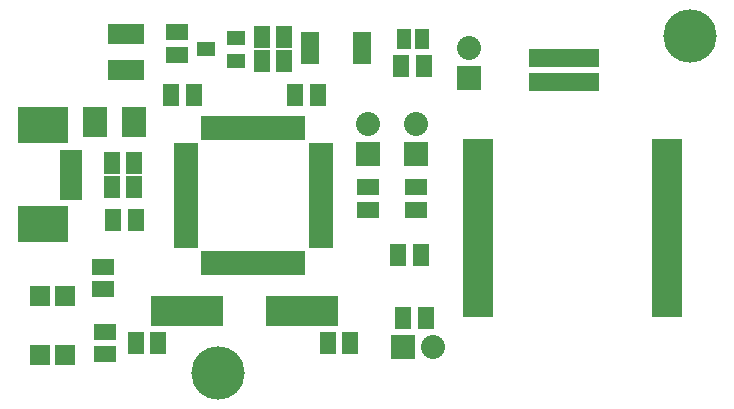
<source format=gts>
G04 (created by PCBNEW-RS274X (2012-01-19 BZR 3256)-stable) date 12/5/2012 4:20:54 PM*
G01*
G70*
G90*
%MOIN*%
G04 Gerber Fmt 3.4, Leading zero omitted, Abs format*
%FSLAX34Y34*%
G04 APERTURE LIST*
%ADD10C,0.006000*%
%ADD11R,0.059400X0.047600*%
%ADD12R,0.236500X0.059300*%
%ADD13R,0.059400X0.030600*%
%ADD14R,0.169600X0.118400*%
%ADD15R,0.075100X0.039700*%
%ADD16R,0.055000X0.075000*%
%ADD17R,0.075000X0.055000*%
%ADD18R,0.036000X0.080000*%
%ADD19R,0.080000X0.036000*%
%ADD20R,0.080000X0.080000*%
%ADD21C,0.080000*%
%ADD22R,0.120000X0.070000*%
%ADD23R,0.080000X0.100000*%
%ADD24R,0.240500X0.102700*%
%ADD25R,0.067200X0.067200*%
%ADD26R,0.045000X0.065000*%
%ADD27C,0.177500*%
%ADD28R,0.098700X0.059400*%
G04 APERTURE END LIST*
G54D10*
G54D11*
X48625Y-34800D03*
X49625Y-34425D03*
X49625Y-35175D03*
G54D12*
X60542Y-35082D03*
X60542Y-35868D03*
G54D13*
X52078Y-34344D03*
X52078Y-34544D03*
X52078Y-34744D03*
X52078Y-34944D03*
X52078Y-35144D03*
X53828Y-35144D03*
X53828Y-34944D03*
X53828Y-34744D03*
X53828Y-34544D03*
X53828Y-34344D03*
G54D14*
X43189Y-40630D03*
X43189Y-37322D03*
G54D15*
X44134Y-39606D03*
X44134Y-39291D03*
X44134Y-38346D03*
X44134Y-38661D03*
X44134Y-38976D03*
G54D16*
X46241Y-38583D03*
X45491Y-38583D03*
X46241Y-39370D03*
X45491Y-39370D03*
X50475Y-34400D03*
X51225Y-34400D03*
G54D17*
X54035Y-40139D03*
X54035Y-39389D03*
X45177Y-42046D03*
X45177Y-42796D03*
G54D16*
X55137Y-35335D03*
X55887Y-35335D03*
G54D17*
X55610Y-40139D03*
X55610Y-39389D03*
G54D18*
X50197Y-37415D03*
X49882Y-37415D03*
X49567Y-37415D03*
X49252Y-37415D03*
X48937Y-37415D03*
X48622Y-37415D03*
X50512Y-37415D03*
X50827Y-37415D03*
X51142Y-37415D03*
X51457Y-37415D03*
X51772Y-37415D03*
X50197Y-41915D03*
X49882Y-41915D03*
X49567Y-41915D03*
X49252Y-41915D03*
X48937Y-41915D03*
X48622Y-41915D03*
X50512Y-41915D03*
X50827Y-41915D03*
X51142Y-41915D03*
X51457Y-41915D03*
X51772Y-41915D03*
G54D19*
X47947Y-39665D03*
X52447Y-39665D03*
X47947Y-39980D03*
X52447Y-39980D03*
X52447Y-40295D03*
X47947Y-40295D03*
X47947Y-40610D03*
X52447Y-40610D03*
X52447Y-40925D03*
X47947Y-40925D03*
X47947Y-41240D03*
X52447Y-41240D03*
X52447Y-39350D03*
X47947Y-39350D03*
X47947Y-39035D03*
X52447Y-39035D03*
X52447Y-38720D03*
X47947Y-38720D03*
X47947Y-38405D03*
X52447Y-38405D03*
X52447Y-38090D03*
X47947Y-38090D03*
G54D20*
X57382Y-35736D03*
G54D21*
X57382Y-34736D03*
G54D16*
X46275Y-40500D03*
X45525Y-40500D03*
X52676Y-44587D03*
X53426Y-44587D03*
X47029Y-44587D03*
X46279Y-44587D03*
G54D22*
X45950Y-35475D03*
X45950Y-34275D03*
G54D17*
X47650Y-34975D03*
X47650Y-34225D03*
G54D16*
X47460Y-36319D03*
X48210Y-36319D03*
X52344Y-36319D03*
X51594Y-36319D03*
X55025Y-41660D03*
X55775Y-41660D03*
G54D23*
X46221Y-37205D03*
X44921Y-37205D03*
G54D24*
X51811Y-43504D03*
X47993Y-43504D03*
G54D25*
X43917Y-43012D03*
X43091Y-43012D03*
X43917Y-44980D03*
X43091Y-44980D03*
G54D20*
X55610Y-38295D03*
G54D21*
X55610Y-37295D03*
G54D20*
X54035Y-38295D03*
G54D21*
X54035Y-37295D03*
G54D26*
X55212Y-34449D03*
X55812Y-34449D03*
G54D27*
X49016Y-45571D03*
X64764Y-34343D03*
G54D28*
X57677Y-38091D03*
X57677Y-38681D03*
X57677Y-39272D03*
X57677Y-39862D03*
X57677Y-40453D03*
X57677Y-41043D03*
X57677Y-41634D03*
X57677Y-42224D03*
X57677Y-42815D03*
X57677Y-43405D03*
X63977Y-43405D03*
X63977Y-42815D03*
X63977Y-42224D03*
X63977Y-41634D03*
X63977Y-41043D03*
X63977Y-40453D03*
X63977Y-39862D03*
X63977Y-39272D03*
X63977Y-38681D03*
X63977Y-38091D03*
G54D16*
X55945Y-43740D03*
X55195Y-43740D03*
G54D17*
X45270Y-44215D03*
X45270Y-44965D03*
G54D20*
X55200Y-44730D03*
G54D21*
X56200Y-44730D03*
G54D16*
X50475Y-35200D03*
X51225Y-35200D03*
M02*

</source>
